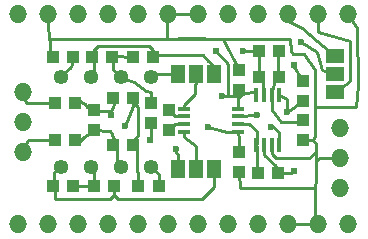
<source format=gtl>
G04 (created by PCBNEW (2013-jul-07)-stable) date Mon 28 Dec 2015 12:37:34 PM PST*
%MOIN*%
G04 Gerber Fmt 3.4, Leading zero omitted, Abs format*
%FSLAX34Y34*%
G01*
G70*
G90*
G04 APERTURE LIST*
%ADD10C,0.00393701*%
%ADD11R,0.0433X0.0393*%
%ADD12R,0.0393X0.0433*%
%ADD13O,0.05X0.05*%
%ADD14R,0.0393X0.0157*%
%ADD15R,0.0118X0.0472*%
%ADD16O,0.06X0.06*%
%ADD17R,0.063X0.046*%
%ADD18R,0.046X0.063*%
%ADD19C,0.0236*%
%ADD20C,0.024*%
%ADD21C,0.01*%
G04 APERTURE END LIST*
G54D10*
G54D11*
X57358Y-39426D03*
X56690Y-39426D03*
X56690Y-41001D03*
X57358Y-41001D03*
G54D12*
X54761Y-39584D03*
X55429Y-39584D03*
X54761Y-40844D03*
X55429Y-40844D03*
X56079Y-40508D03*
X56079Y-39840D03*
X56060Y-42379D03*
X56728Y-42379D03*
X57359Y-38048D03*
X58027Y-38048D03*
G54D11*
X57969Y-39604D03*
X57969Y-40272D03*
X55389Y-42379D03*
X54721Y-42379D03*
X56689Y-38048D03*
X56021Y-38048D03*
G54D13*
X54973Y-41714D03*
X55973Y-41714D03*
X55973Y-38714D03*
X54973Y-38714D03*
X56973Y-41714D03*
X57973Y-41714D03*
X56973Y-38714D03*
X57973Y-38714D03*
G54D11*
X54721Y-38048D03*
X55389Y-38048D03*
X58224Y-42379D03*
X57556Y-42379D03*
X58559Y-40508D03*
X58559Y-39840D03*
G54D12*
X60921Y-41218D03*
X60921Y-41886D03*
G54D14*
X60867Y-39790D03*
X60867Y-40046D03*
X60867Y-40301D03*
X60867Y-40557D03*
X59087Y-40557D03*
X59087Y-40301D03*
X59087Y-40046D03*
X59087Y-39790D03*
G54D12*
X60921Y-38502D03*
X60921Y-39170D03*
G54D11*
X61532Y-41946D03*
X62200Y-41946D03*
X63047Y-38856D03*
X63047Y-39524D03*
X63047Y-40155D03*
X63047Y-40823D03*
G54D12*
X61572Y-37852D03*
X62240Y-37852D03*
G54D11*
X62240Y-38718D03*
X61572Y-38718D03*
G54D15*
X61482Y-39343D03*
X61738Y-39343D03*
X61993Y-39343D03*
X62249Y-39343D03*
X62249Y-41005D03*
X61993Y-41005D03*
X61738Y-41005D03*
X61482Y-41005D03*
G54D16*
X53532Y-36631D03*
X54532Y-36631D03*
X55532Y-36631D03*
X56532Y-36631D03*
X57532Y-36631D03*
X58532Y-36631D03*
X59532Y-36631D03*
X60532Y-36631D03*
X61532Y-36631D03*
X62532Y-36631D03*
X63532Y-36631D03*
X64532Y-36631D03*
X53532Y-43639D03*
X54532Y-43639D03*
X55532Y-43639D03*
X56532Y-43639D03*
X57532Y-43639D03*
X58532Y-43639D03*
X59532Y-43639D03*
X60532Y-43639D03*
X61532Y-43639D03*
X62532Y-43639D03*
X63532Y-43639D03*
X64532Y-43639D03*
X53717Y-39214D03*
X53717Y-40214D03*
X53717Y-41214D03*
G54D17*
X64110Y-38039D03*
X64110Y-38639D03*
X64110Y-39239D03*
G54D18*
X60065Y-38639D03*
X59465Y-38639D03*
X58865Y-38639D03*
X58865Y-41789D03*
X59465Y-41789D03*
X60065Y-41789D03*
G54D16*
X64268Y-40434D03*
X64268Y-41434D03*
X64268Y-42434D03*
G54D19*
X57103Y-40371D03*
X61522Y-40007D03*
X62496Y-39899D03*
G54D20*
X62745Y-38340D03*
X62747Y-41877D03*
G54D19*
X62969Y-37576D03*
X61040Y-37852D03*
X58796Y-41119D03*
G54D20*
X56624Y-39998D03*
X57940Y-40818D03*
X60130Y-37871D03*
G54D19*
X60331Y-39348D03*
X59858Y-40411D03*
X61984Y-40411D03*
G54D21*
X61994Y-41006D02*
X61994Y-41286D01*
X61994Y-41286D02*
X62142Y-41434D01*
X60363Y-37457D02*
X59221Y-37443D01*
X54727Y-38041D02*
X54721Y-38048D01*
X60363Y-37457D02*
X60921Y-38501D01*
X59221Y-37443D02*
X58513Y-37451D01*
X58513Y-37451D02*
X58402Y-37458D01*
X59532Y-36631D02*
X58532Y-36631D01*
X59516Y-36647D02*
X59532Y-36631D01*
X58513Y-37458D02*
X58513Y-37451D01*
X58513Y-37451D02*
X58513Y-36650D01*
X58513Y-36650D02*
X58532Y-36631D01*
X63382Y-40824D02*
X63441Y-40686D01*
X63441Y-40686D02*
X63441Y-39741D01*
X63441Y-39741D02*
X63441Y-38481D01*
X63441Y-38481D02*
X63087Y-37970D01*
X63087Y-37970D02*
X62693Y-37970D01*
X62693Y-37970D02*
X62654Y-37852D01*
X62654Y-37852D02*
X62614Y-37458D01*
X62614Y-37458D02*
X58513Y-37458D01*
X63047Y-40824D02*
X63382Y-40824D01*
X63382Y-40824D02*
X63481Y-40962D01*
X63481Y-40962D02*
X63481Y-41237D01*
X63481Y-41237D02*
X63481Y-41513D01*
X63481Y-41513D02*
X63481Y-42143D01*
X63481Y-42143D02*
X63441Y-42418D01*
X63441Y-42418D02*
X60941Y-42418D01*
X60941Y-42418D02*
X60921Y-41887D01*
X64532Y-36631D02*
X64847Y-37092D01*
X64847Y-37092D02*
X64858Y-38993D01*
X64858Y-38993D02*
X64819Y-39741D01*
X64819Y-39741D02*
X63441Y-39741D01*
X63532Y-43639D02*
X62532Y-43639D01*
X58402Y-37458D02*
X54571Y-37458D01*
X54571Y-37458D02*
X54532Y-36946D01*
X54532Y-36946D02*
X54532Y-36631D01*
X54571Y-37458D02*
X54622Y-37537D01*
X54622Y-37537D02*
X54622Y-38107D01*
X54622Y-38107D02*
X54721Y-38048D01*
X57555Y-42379D02*
X57555Y-41926D01*
X57555Y-41926D02*
X57496Y-41867D01*
X57496Y-41867D02*
X57496Y-41139D01*
X57496Y-41139D02*
X57358Y-41001D01*
X57358Y-39426D02*
X57358Y-39564D01*
X57358Y-39564D02*
X57536Y-39741D01*
X57536Y-39741D02*
X57536Y-40686D01*
X57536Y-40686D02*
X57418Y-40804D01*
X57418Y-40804D02*
X57418Y-40942D01*
X57418Y-40942D02*
X57358Y-41001D01*
X63441Y-42418D02*
X63441Y-43548D01*
X63441Y-43548D02*
X63532Y-43639D01*
X63437Y-42887D02*
X63437Y-42777D01*
X63437Y-42777D02*
X63441Y-42418D01*
X58402Y-37458D02*
X58513Y-37458D01*
X57358Y-39426D02*
X57358Y-39682D01*
X57358Y-39682D02*
X57103Y-40371D01*
X62142Y-41434D02*
X63244Y-41434D01*
X63244Y-41434D02*
X63481Y-41237D01*
X64268Y-41434D02*
X63599Y-41434D01*
X63599Y-41434D02*
X63481Y-41513D01*
X54760Y-39584D02*
X53819Y-39584D01*
X53819Y-39584D02*
X53717Y-39214D01*
X59086Y-39790D02*
X59086Y-39648D01*
X59086Y-39648D02*
X59425Y-39308D01*
X59425Y-39308D02*
X59465Y-38639D01*
X59086Y-40558D02*
X59086Y-40740D01*
X59086Y-40740D02*
X59465Y-41041D01*
X59465Y-41041D02*
X59465Y-41789D01*
X54727Y-41926D02*
X54727Y-42197D01*
X54908Y-41745D02*
X54727Y-41926D01*
X54727Y-42197D02*
X54721Y-42379D01*
X54908Y-41745D02*
X54973Y-41714D01*
X56729Y-42379D02*
X56729Y-42674D01*
X56729Y-42674D02*
X56591Y-42812D01*
X56591Y-42812D02*
X54780Y-42812D01*
X54780Y-42812D02*
X54780Y-42438D01*
X54780Y-42438D02*
X54721Y-42379D01*
X60065Y-41789D02*
X60065Y-42409D01*
X60065Y-42409D02*
X59662Y-42812D01*
X59662Y-42812D02*
X56866Y-42812D01*
X56866Y-42812D02*
X56729Y-42674D01*
X56082Y-38131D02*
X56020Y-38048D01*
X56082Y-38583D02*
X56082Y-38221D01*
X55992Y-38673D02*
X56082Y-38583D01*
X56082Y-38221D02*
X56020Y-38048D01*
X55992Y-38673D02*
X55973Y-38714D01*
X58028Y-38048D02*
X58028Y-37832D01*
X58028Y-37832D02*
X57890Y-37694D01*
X57890Y-37694D02*
X56197Y-37694D01*
X56197Y-37694D02*
X56040Y-37852D01*
X56040Y-37852D02*
X56040Y-38107D01*
X56040Y-38107D02*
X56020Y-38048D01*
X59883Y-38191D02*
X59701Y-38009D01*
X59701Y-38009D02*
X58146Y-38009D01*
X58146Y-38009D02*
X58028Y-38048D01*
X60065Y-38639D02*
X60085Y-38354D01*
X60085Y-38354D02*
X59883Y-38191D01*
X59086Y-40302D02*
X58766Y-40302D01*
X58766Y-40302D02*
X58559Y-40509D01*
X63532Y-36631D02*
X63532Y-37233D01*
X63532Y-37233D02*
X63914Y-37340D01*
X63914Y-37340D02*
X64622Y-37537D01*
X64622Y-37537D02*
X64622Y-38836D01*
X64622Y-38836D02*
X64583Y-38905D01*
X64583Y-38905D02*
X64110Y-39239D01*
X59086Y-40046D02*
X58766Y-40046D01*
X58766Y-40046D02*
X58559Y-39840D01*
X60867Y-40046D02*
X61522Y-40007D01*
X62496Y-39899D02*
X63028Y-39544D01*
X63028Y-39544D02*
X63047Y-39525D01*
X62250Y-39343D02*
X62492Y-39461D01*
X62492Y-39461D02*
X62496Y-39899D01*
X62126Y-41706D02*
X62126Y-41886D01*
X61726Y-41344D02*
X62126Y-41706D01*
X61726Y-41073D02*
X61726Y-41344D01*
X62126Y-41886D02*
X62201Y-41946D01*
X61726Y-41073D02*
X61738Y-41006D01*
X62745Y-38340D02*
X62727Y-38400D01*
X62650Y-41937D02*
X62747Y-41877D01*
X62727Y-38400D02*
X63047Y-38855D01*
X62650Y-41937D02*
X62201Y-41946D01*
X62217Y-37955D02*
X62217Y-38543D01*
X62217Y-38543D02*
X62240Y-38718D01*
X62217Y-37955D02*
X62240Y-37852D01*
X62323Y-40241D02*
X62833Y-40241D01*
X61997Y-39836D02*
X62323Y-40241D01*
X61997Y-39604D02*
X61997Y-39836D01*
X62833Y-40241D02*
X63047Y-40155D01*
X61997Y-39604D02*
X61994Y-39343D01*
X62099Y-38787D02*
X62217Y-38634D01*
X62036Y-39085D02*
X62099Y-38787D01*
X61997Y-39160D02*
X62036Y-39085D01*
X62217Y-38634D02*
X62240Y-38718D01*
X61997Y-39160D02*
X61994Y-39343D01*
X61584Y-37994D02*
X61584Y-38543D01*
X61584Y-38543D02*
X61571Y-38718D01*
X61584Y-37994D02*
X61571Y-37852D01*
X61686Y-38736D02*
X61726Y-39199D01*
X61584Y-38634D02*
X61686Y-38736D01*
X61726Y-39199D02*
X61738Y-39343D01*
X61584Y-38634D02*
X61571Y-38718D01*
X64110Y-38639D02*
X63677Y-38481D01*
X63677Y-38481D02*
X63520Y-37891D01*
X63520Y-37891D02*
X62969Y-37576D01*
X61040Y-37852D02*
X61571Y-37852D01*
X54760Y-40844D02*
X54760Y-40942D01*
X54760Y-40942D02*
X54662Y-40844D01*
X54662Y-40844D02*
X53858Y-40844D01*
X53858Y-40844D02*
X53717Y-41214D01*
X61494Y-41073D02*
X61494Y-41886D01*
X61494Y-41886D02*
X61532Y-41946D01*
X61494Y-41073D02*
X61482Y-41006D01*
X60867Y-40302D02*
X61246Y-40302D01*
X61246Y-40302D02*
X61512Y-40529D01*
X61512Y-40529D02*
X61512Y-40976D01*
X61512Y-40976D02*
X61482Y-41006D01*
X55733Y-40735D02*
X55540Y-40932D01*
X55830Y-40677D02*
X55733Y-40735D01*
X55540Y-40932D02*
X55429Y-40844D01*
X55830Y-40677D02*
X56079Y-40509D01*
X56840Y-41564D02*
X56840Y-41073D01*
X56986Y-41655D02*
X56840Y-41564D01*
X56840Y-41073D02*
X56689Y-41001D01*
X56986Y-41655D02*
X56973Y-41714D01*
X56652Y-40559D02*
X56590Y-40519D01*
X56761Y-40904D02*
X56652Y-40559D01*
X56590Y-40519D02*
X56079Y-40509D01*
X56761Y-40904D02*
X56689Y-41001D01*
X58810Y-41222D02*
X58796Y-41119D01*
X58865Y-41789D02*
X58865Y-41326D01*
X58865Y-41326D02*
X58810Y-41222D01*
X55772Y-39644D02*
X55540Y-39486D01*
X55830Y-39741D02*
X55772Y-39644D01*
X55540Y-39486D02*
X55429Y-39584D01*
X55830Y-39741D02*
X56079Y-39840D01*
X56805Y-39486D02*
X56808Y-39492D01*
X56117Y-39859D02*
X56636Y-39852D01*
X56636Y-39852D02*
X56805Y-39486D01*
X56808Y-39492D02*
X56689Y-39426D01*
X56117Y-39859D02*
X56079Y-39840D01*
X56636Y-39852D02*
X56624Y-39998D01*
X58865Y-38639D02*
X58047Y-38639D01*
X58047Y-38639D02*
X57973Y-38714D01*
X62532Y-36631D02*
X62532Y-36863D01*
X62532Y-36863D02*
X63008Y-37103D01*
X63008Y-37103D02*
X63520Y-37546D01*
X63520Y-37546D02*
X64110Y-38039D01*
X57940Y-40818D02*
X57966Y-40700D01*
X57966Y-40700D02*
X57969Y-40273D01*
X55390Y-42379D02*
X56059Y-42379D01*
X56059Y-42379D02*
X56059Y-41800D01*
X56059Y-41800D02*
X55973Y-41714D01*
X57968Y-39243D02*
X57966Y-39556D01*
X57799Y-39203D02*
X57968Y-39243D01*
X57398Y-38881D02*
X57799Y-39203D01*
X56991Y-38756D02*
X57398Y-38881D01*
X57966Y-39556D02*
X57969Y-39603D01*
X56991Y-38756D02*
X56973Y-38714D01*
X56715Y-38492D02*
X56715Y-38221D01*
X56896Y-38673D02*
X56715Y-38492D01*
X56715Y-38221D02*
X56689Y-38048D01*
X56896Y-38673D02*
X56973Y-38714D01*
X56715Y-38221D02*
X56744Y-38033D01*
X56744Y-38033D02*
X57358Y-38048D01*
X54998Y-38673D02*
X55323Y-38381D01*
X55323Y-38381D02*
X55390Y-38048D01*
X54998Y-38673D02*
X54973Y-38714D01*
X60130Y-37871D02*
X60528Y-38304D01*
X60331Y-39348D02*
X60685Y-39348D01*
X60685Y-39348D02*
X60878Y-39347D01*
X60878Y-39347D02*
X60921Y-39170D01*
X60867Y-39441D02*
X60867Y-39215D01*
X60867Y-39215D02*
X60803Y-39072D01*
X60803Y-39072D02*
X60902Y-39111D01*
X60902Y-39111D02*
X60921Y-39170D01*
X60867Y-39790D02*
X60867Y-39441D01*
X60867Y-39441D02*
X61040Y-39269D01*
X61040Y-39269D02*
X61487Y-39229D01*
X61487Y-39229D02*
X61482Y-39343D01*
X60331Y-39348D02*
X60528Y-39348D01*
X60528Y-39348D02*
X60528Y-38304D01*
X62250Y-41006D02*
X62250Y-40558D01*
X62250Y-40558D02*
X62024Y-40411D01*
X62024Y-40411D02*
X61984Y-40411D01*
X59858Y-40411D02*
X60370Y-40529D01*
X60867Y-40558D02*
X60499Y-40558D01*
X60499Y-40558D02*
X60370Y-40529D01*
X58225Y-42379D02*
X58225Y-41966D01*
X58225Y-41966D02*
X57973Y-41714D01*
X60921Y-41218D02*
X60921Y-40809D01*
X60921Y-40809D02*
X60867Y-40558D01*
M02*

</source>
